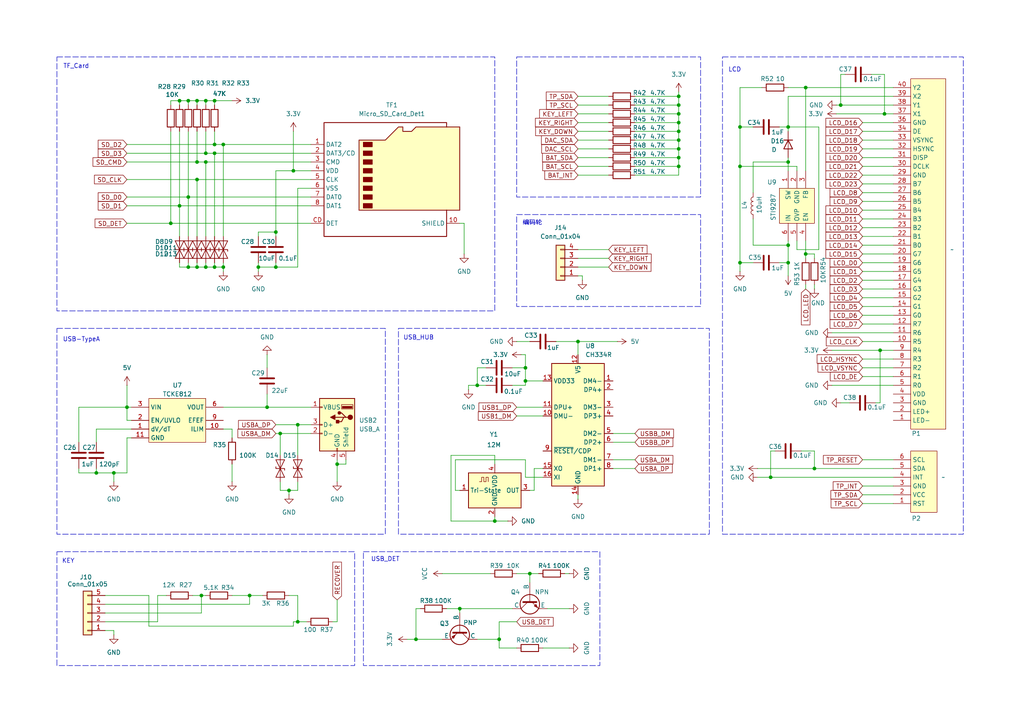
<source format=kicad_sch>
(kicad_sch (version 20250114) (generator "eeschema") (generator_version "9.0")
  (paper "A4")
  (rectangle (start 16.51 16.51) (end 143.51 90.17) (stroke (width 0) (type dash)))
  (rectangle (start 16.51 95.25) (end 111.76 154.94) (stroke (width 0) (type dash)))
  (rectangle (start 105.41 160.02) (end 173.99 193.04) (stroke (width 0) (type dash)))
  (rectangle (start 209.55 16.51) (end 279.4 154.94) (stroke (width 0) (type dash)))
  (rectangle (start 149.86 16.51) (end 203.2 57.15) (stroke (width 0) (type dash)))
  (rectangle (start 16.51 160.02) (end 102.87 193.04) (stroke (width 0) (type dash)))
  (rectangle (start 149.86 62.23) (end 203.2 88.9) (stroke (width 0) (type dash)))
  (rectangle (start 115.57 95.25) (end 205.74 154.94) (stroke (width 0) (type dash)))
  (text "KEY" (at 19.812 162.814 0) (effects (font (size 1.27 1.27))))
  (text "USB-TypeA" (at 23.622 98.552 0) (effects (font (size 1.27 1.27))))
  (text "编码轮" (at 154.432 64.77 0) (effects (font (size 1.27 1.27))))
  (text "USB_DET" (at 111.76 162.306 0) (effects (font (size 1.27 1.27))))
  (text "USB_HUB" (at 121.412 98.044 0) (effects (font (size 1.27 1.27))))
  (text "LCD" (at 213.106 20.32 0) (effects (font (size 1.27 1.27))))
  (text "TF_Card" (at 22.098 19.304 0) (effects (font (size 1.27 1.27))))
  (junction (at 233.68 25.4))
  (junction (at 54.61 77.47))
  (junction (at 153.67 166.37))
  (junction (at 62.23 29.21))
  (junction (at 196.85 43.18))
  (junction (at 81.28 125.73))
  (junction (at 86.36 123.19))
  (junction (at 36.83 118.11))
  (junction (at 49.53 64.77))
  (junction (at 59.69 29.21))
  (junction (at 54.61 57.15))
  (junction (at 196.85 33.02))
  (junction (at 243.84 30.48))
  (junction (at 72.39 172.72))
  (junction (at 62.23 77.47))
  (junction (at 120.65 185.42))
  (junction (at 80.01 67.31))
  (junction (at 85.09 49.53))
  (junction (at 62.23 41.91))
  (junction (at 57.15 46.99))
  (junction (at 214.63 48.26))
  (junction (at 196.85 35.56))
  (junction (at 64.77 77.47))
  (junction (at 83.82 142.24))
  (junction (at 196.85 40.64))
  (junction (at 33.02 137.16))
  (junction (at 62.23 44.45))
  (junction (at 57.15 52.07))
  (junction (at 59.69 77.47))
  (junction (at 86.36 180.34))
  (junction (at 196.85 27.94))
  (junction (at 58.42 172.72))
  (junction (at 196.85 30.48))
  (junction (at 52.07 59.69))
  (junction (at 138.43 111.76))
  (junction (at 223.52 138.43))
  (junction (at 59.69 46.99))
  (junction (at 214.63 76.2))
  (junction (at 233.68 73.66))
  (junction (at 236.22 135.89))
  (junction (at 143.51 151.13))
  (junction (at 196.85 38.1))
  (junction (at 54.61 29.21))
  (junction (at 59.69 44.45))
  (junction (at 27.94 137.16))
  (junction (at 196.85 45.72))
  (junction (at 152.4 110.49))
  (junction (at 152.4 106.68))
  (junction (at 97.79 134.62))
  (junction (at 228.6 36.83))
  (junction (at 80.01 77.47))
  (junction (at 133.35 176.53))
  (junction (at 196.85 48.26))
  (junction (at 255.27 101.6))
  (junction (at 74.93 77.47))
  (junction (at 214.63 36.83))
  (junction (at 167.64 99.06))
  (junction (at 57.15 77.47))
  (junction (at 64.77 41.91))
  (junction (at 228.6 46.99))
  (junction (at 228.6 71.12))
  (junction (at 57.15 29.21))
  (junction (at 256.54 33.02))
  (junction (at 228.6 76.2))
  (junction (at 144.78 185.42))
  (junction (at 52.07 29.21))
  (junction (at 77.47 118.11))
  (wire (pts (xy 22.86 137.16) (xy 27.94 137.16)))
  (wire (pts (xy 52.07 59.69) (xy 90.17 59.69)))
  (wire (pts (xy 153.67 166.37) (xy 156.21 166.37)))
  (wire (pts (xy 149.86 166.37) (xy 153.67 166.37)))
  (wire (pts (xy 36.83 64.77) (xy 49.53 64.77)))
  (wire (pts (xy 67.31 134.62) (xy 67.31 139.7)))
  (wire (pts (xy 85.09 181.61) (xy 85.09 180.34)))
  (wire (pts (xy 236.22 74.93) (xy 236.22 73.66)))
  (wire (pts (xy 54.61 57.15) (xy 90.17 57.15)))
  (wire (pts (xy 184.15 50.8) (xy 196.85 50.8)))
  (wire (pts (xy 233.68 82.55) (xy 233.68 83.82)))
  (wire (pts (xy 38.1 124.46) (xy 27.94 124.46)))
  (wire (pts (xy 62.23 29.21) (xy 67.31 29.21)))
  (wire (pts (xy 214.63 76.2) (xy 218.44 76.2)))
  (wire (pts (xy 259.08 27.94) (xy 228.6 27.94)))
  (wire (pts (xy 167.64 27.94) (xy 176.53 27.94)))
  (wire (pts (xy 154.94 142.24) (xy 154.94 135.89)))
  (wire (pts (xy 152.4 110.49) (xy 157.48 110.49)))
  (wire (pts (xy 140.97 106.68) (xy 138.43 106.68)))
  (wire (pts (xy 143.51 132.08) (xy 130.81 132.08)))
  (wire (pts (xy 167.64 40.64) (xy 176.53 40.64)))
  (wire (pts (xy 242.57 30.48) (xy 243.84 30.48)))
  (wire (pts (xy 243.84 116.84) (xy 246.38 116.84)))
  (wire (pts (xy 36.83 57.15) (xy 54.61 57.15)))
  (wire (pts (xy 144.78 187.96) (xy 144.78 185.42)))
  (wire (pts (xy 36.83 111.76) (xy 36.83 118.11)))
  (wire (pts (xy 177.8 128.27) (xy 184.15 128.27)))
  (wire (pts (xy 33.02 137.16) (xy 33.02 139.7)))
  (wire (pts (xy 149.86 120.65) (xy 157.48 120.65)))
  (wire (pts (xy 218.44 36.83) (xy 214.63 36.83)))
  (wire (pts (xy 255.27 116.84) (xy 254 116.84)))
  (wire (pts (xy 58.42 172.72) (xy 59.69 172.72)))
  (wire (pts (xy 250.19 55.88) (xy 259.08 55.88)))
  (wire (pts (xy 196.85 35.56) (xy 196.85 33.02)))
  (wire (pts (xy 176.53 77.47) (xy 167.64 77.47)))
  (wire (pts (xy 228.6 71.12) (xy 218.44 71.12)))
  (wire (pts (xy 250.19 43.18) (xy 259.08 43.18)))
  (wire (pts (xy 133.35 177.8) (xy 133.35 176.53)))
  (wire (pts (xy 64.77 41.91) (xy 90.17 41.91)))
  (wire (pts (xy 57.15 76.2) (xy 57.15 77.47)))
  (wire (pts (xy 241.3 111.76) (xy 259.08 111.76)))
  (wire (pts (xy 250.19 88.9) (xy 259.08 88.9)))
  (wire (pts (xy 57.15 38.1) (xy 57.15 46.99)))
  (wire (pts (xy 223.52 138.43) (xy 223.52 130.81)))
  (wire (pts (xy 67.31 172.72) (xy 72.39 172.72)))
  (wire (pts (xy 45.72 172.72) (xy 48.26 172.72)))
  (wire (pts (xy 152.4 138.43) (xy 152.4 133.35)))
  (wire (pts (xy 72.39 172.72) (xy 76.2 172.72)))
  (wire (pts (xy 80.01 123.19) (xy 86.36 123.19)))
  (wire (pts (xy 57.15 77.47) (xy 59.69 77.47)))
  (wire (pts (xy 33.02 182.88) (xy 33.02 184.15)))
  (wire (pts (xy 250.19 71.12) (xy 259.08 71.12)))
  (wire (pts (xy 30.48 172.72) (xy 43.18 172.72)))
  (wire (pts (xy 158.75 176.53) (xy 165.1 176.53)))
  (wire (pts (xy 232.41 130.81) (xy 236.22 130.81)))
  (wire (pts (xy 97.79 133.35) (xy 97.79 134.62)))
  (wire (pts (xy 228.6 76.2) (xy 228.6 80.01)))
  (wire (pts (xy 250.19 83.82) (xy 259.08 83.82)))
  (wire (pts (xy 237.49 36.83) (xy 228.6 36.83)))
  (wire (pts (xy 250.19 73.66) (xy 259.08 73.66)))
  (wire (pts (xy 250.19 66.04) (xy 259.08 66.04)))
  (wire (pts (xy 177.8 135.89) (xy 184.15 135.89)))
  (wire (pts (xy 36.83 44.45) (xy 59.69 44.45)))
  (wire (pts (xy 59.69 44.45) (xy 62.23 44.45)))
  (wire (pts (xy 77.47 118.11) (xy 90.17 118.11)))
  (wire (pts (xy 152.4 102.87) (xy 152.4 106.68)))
  (wire (pts (xy 30.48 177.8) (xy 58.42 177.8)))
  (wire (pts (xy 236.22 82.55) (xy 236.22 83.82)))
  (wire (pts (xy 148.59 106.68) (xy 152.4 106.68)))
  (wire (pts (xy 97.79 180.34) (xy 96.52 180.34)))
  (wire (pts (xy 36.83 41.91) (xy 62.23 41.91)))
  (wire (pts (xy 250.19 53.34) (xy 259.08 53.34)))
  (wire (pts (xy 250.19 63.5) (xy 259.08 63.5)))
  (wire (pts (xy 133.35 176.53) (xy 148.59 176.53)))
  (wire (pts (xy 83.82 172.72) (xy 86.36 172.72)))
  (wire (pts (xy 228.6 25.4) (xy 233.68 25.4)))
  (wire (pts (xy 49.53 29.21) (xy 52.07 29.21)))
  (wire (pts (xy 54.61 29.21) (xy 57.15 29.21)))
  (wire (pts (xy 196.85 38.1) (xy 196.85 35.56)))
  (wire (pts (xy 83.82 142.24) (xy 81.28 142.24)))
  (wire (pts (xy 62.23 77.47) (xy 64.77 77.47)))
  (wire (pts (xy 86.36 77.47) (xy 80.01 77.47)))
  (wire (pts (xy 57.15 52.07) (xy 90.17 52.07)))
  (wire (pts (xy 54.61 38.1) (xy 54.61 57.15)))
  (wire (pts (xy 57.15 29.21) (xy 57.15 30.48)))
  (wire (pts (xy 38.1 118.11) (xy 36.83 118.11)))
  (wire (pts (xy 243.84 30.48) (xy 259.08 30.48)))
  (wire (pts (xy 120.65 185.42) (xy 128.27 185.42)))
  (wire (pts (xy 133.35 64.77) (xy 134.62 64.77)))
  (wire (pts (xy 184.15 33.02) (xy 196.85 33.02)))
  (wire (pts (xy 100.33 134.62) (xy 97.79 134.62)))
  (wire (pts (xy 27.94 137.16) (xy 33.02 137.16)))
  (wire (pts (xy 54.61 29.21) (xy 54.61 30.48)))
  (wire (pts (xy 135.89 111.76) (xy 138.43 111.76)))
  (wire (pts (xy 214.63 36.83) (xy 214.63 48.26)))
  (wire (pts (xy 59.69 29.21) (xy 62.23 29.21)))
  (wire (pts (xy 64.77 77.47) (xy 64.77 78.74)))
  (wire (pts (xy 86.36 139.7) (xy 86.36 142.24)))
  (wire (pts (xy 149.86 180.34) (xy 144.78 180.34)))
  (wire (pts (xy 74.93 67.31) (xy 80.01 67.31)))
  (wire (pts (xy 153.67 142.24) (xy 154.94 142.24)))
  (wire (pts (xy 177.8 125.73) (xy 184.15 125.73)))
  (wire (pts (xy 22.86 128.27) (xy 22.86 118.11)))
  (wire (pts (xy 250.19 99.06) (xy 259.08 99.06)))
  (wire (pts (xy 196.85 30.48) (xy 196.85 27.94)))
  (wire (pts (xy 228.6 76.2) (xy 228.6 71.12)))
  (wire (pts (xy 250.19 40.64) (xy 259.08 40.64)))
  (wire (pts (xy 62.23 41.91) (xy 64.77 41.91)))
  (wire (pts (xy 250.19 45.72) (xy 259.08 45.72)))
  (wire (pts (xy 250.19 38.1) (xy 259.08 38.1)))
  (wire (pts (xy 52.07 76.2) (xy 52.07 77.47)))
  (wire (pts (xy 219.71 138.43) (xy 223.52 138.43)))
  (wire (pts (xy 250.19 133.35) (xy 259.08 133.35)))
  (wire (pts (xy 55.88 172.72) (xy 58.42 172.72)))
  (wire (pts (xy 196.85 43.18) (xy 196.85 45.72)))
  (wire (pts (xy 85.09 49.53) (xy 90.17 49.53)))
  (wire (pts (xy 255.27 101.6) (xy 259.08 101.6)))
  (wire (pts (xy 184.15 27.94) (xy 196.85 27.94)))
  (wire (pts (xy 143.51 151.13) (xy 147.32 151.13)))
  (wire (pts (xy 54.61 57.15) (xy 54.61 68.58)))
  (wire (pts (xy 30.48 182.88) (xy 33.02 182.88)))
  (wire (pts (xy 74.93 77.47) (xy 74.93 78.74)))
  (wire (pts (xy 49.53 38.1) (xy 49.53 64.77)))
  (wire (pts (xy 27.94 124.46) (xy 27.94 128.27)))
  (wire (pts (xy 167.64 48.26) (xy 176.53 48.26)))
  (wire (pts (xy 245.11 21.59) (xy 243.84 21.59)))
  (wire (pts (xy 218.44 71.12) (xy 218.44 63.5)))
  (wire (pts (xy 226.06 76.2) (xy 228.6 76.2)))
  (wire (pts (xy 250.19 86.36) (xy 259.08 86.36)))
  (wire (pts (xy 81.28 142.24) (xy 81.28 139.7)))
  (wire (pts (xy 167.64 143.51) (xy 167.64 144.78)))
  (wire (pts (xy 233.68 69.85) (xy 233.68 73.66)))
  (wire (pts (xy 144.78 180.34) (xy 144.78 185.42)))
  (wire (pts (xy 138.43 111.76) (xy 140.97 111.76)))
  (wire (pts (xy 196.85 40.64) (xy 196.85 38.1)))
  (wire (pts (xy 196.85 48.26) (xy 196.85 50.8)))
  (wire (pts (xy 43.18 181.61) (xy 85.09 181.61)))
  (wire (pts (xy 59.69 46.99) (xy 90.17 46.99)))
  (wire (pts (xy 36.83 127) (xy 36.83 137.16)))
  (wire (pts (xy 52.07 59.69) (xy 52.07 68.58)))
  (wire (pts (xy 52.07 38.1) (xy 52.07 59.69)))
  (wire (pts (xy 64.77 41.91) (xy 64.77 68.58)))
  (wire (pts (xy 250.19 91.44) (xy 259.08 91.44)))
  (wire (pts (xy 85.09 38.1) (xy 85.09 49.53)))
  (wire (pts (xy 233.68 25.4) (xy 233.68 49.53)))
  (wire (pts (xy 36.83 59.69) (xy 52.07 59.69)))
  (wire (pts (xy 250.19 35.56) (xy 259.08 35.56)))
  (wire (pts (xy 250.19 78.74) (xy 259.08 78.74)))
  (wire (pts (xy 43.18 172.72) (xy 43.18 181.61)))
  (wire (pts (xy 143.51 132.08) (xy 143.51 134.62)))
  (wire (pts (xy 231.14 69.85) (xy 231.14 72.39)))
  (wire (pts (xy 118.11 185.42) (xy 120.65 185.42)))
  (wire (pts (xy 157.48 187.96) (xy 165.1 187.96)))
  (wire (pts (xy 256.54 33.02) (xy 259.08 33.02)))
  (wire (pts (xy 59.69 38.1) (xy 59.69 44.45)))
  (wire (pts (xy 59.69 29.21) (xy 59.69 30.48)))
  (wire (pts (xy 250.19 93.98) (xy 259.08 93.98)))
  (wire (pts (xy 80.01 67.31) (xy 80.01 68.58)))
  (wire (pts (xy 144.78 187.96) (xy 149.86 187.96)))
  (wire (pts (xy 38.1 127) (xy 36.83 127)))
  (wire (pts (xy 52.07 29.21) (xy 54.61 29.21)))
  (wire (pts (xy 128.27 166.37) (xy 142.24 166.37)))
  (wire (pts (xy 86.36 54.61) (xy 90.17 54.61)))
  (wire (pts (xy 80.01 77.47) (xy 80.01 76.2)))
  (wire (pts (xy 134.62 64.77) (xy 134.62 73.66)))
  (wire (pts (xy 220.98 25.4) (xy 214.63 25.4)))
  (wire (pts (xy 57.15 46.99) (xy 59.69 46.99)))
  (wire (pts (xy 59.69 76.2) (xy 59.69 77.47)))
  (wire (pts (xy 228.6 69.85) (xy 228.6 71.12)))
  (wire (pts (xy 132.08 142.24) (xy 133.35 142.24)))
  (wire (pts (xy 149.86 118.11) (xy 157.48 118.11)))
  (wire (pts (xy 161.29 99.06) (xy 167.64 99.06)))
  (wire (pts (xy 214.63 76.2) (xy 214.63 78.74)))
  (wire (pts (xy 226.06 36.83) (xy 228.6 36.83)))
  (wire (pts (xy 219.71 135.89) (xy 236.22 135.89)))
  (wire (pts (xy 228.6 46.99) (xy 228.6 49.53)))
  (wire (pts (xy 67.31 124.46) (xy 67.31 127)))
  (wire (pts (xy 62.23 38.1) (xy 62.23 41.91)))
  (wire (pts (xy 86.36 180.34) (xy 88.9 180.34)))
  (wire (pts (xy 130.81 132.08) (xy 130.81 151.13)))
  (wire (pts (xy 196.85 45.72) (xy 196.85 48.26)))
  (wire (pts (xy 80.01 49.53) (xy 85.09 49.53)))
  (wire (pts (xy 30.48 175.26) (xy 72.39 175.26)))
  (wire (pts (xy 74.93 68.58) (xy 74.93 67.31)))
  (wire (pts (xy 231.14 49.53) (xy 231.14 48.26)))
  (wire (pts (xy 184.15 45.72) (xy 196.85 45.72)))
  (wire (pts (xy 250.19 143.51) (xy 259.08 143.51)))
  (wire (pts (xy 250.19 76.2) (xy 259.08 76.2)))
  (wire (pts (xy 57.15 29.21) (xy 59.69 29.21)))
  (wire (pts (xy 52.07 29.21) (xy 52.07 30.48)))
  (wire (pts (xy 64.77 118.11) (xy 77.47 118.11)))
  (wire (pts (xy 152.4 106.68) (xy 152.4 110.49)))
  (wire (pts (xy 149.86 99.06) (xy 153.67 99.06)))
  (wire (pts (xy 196.85 43.18) (xy 196.85 40.64)))
  (wire (pts (xy 36.83 121.92) (xy 36.83 118.11)))
  (wire (pts (xy 27.94 135.89) (xy 27.94 137.16)))
  (wire (pts (xy 62.23 44.45) (xy 62.23 68.58)))
  (wire (pts (xy 152.4 111.76) (xy 152.4 110.49)))
  (wire (pts (xy 243.84 21.59) (xy 243.84 30.48)))
  (wire (pts (xy 250.19 109.22) (xy 259.08 109.22)))
  (wire (pts (xy 132.08 133.35) (xy 132.08 142.24)))
  (wire (pts (xy 86.36 123.19) (xy 86.36 132.08)))
  (wire (pts (xy 184.15 30.48) (xy 196.85 30.48)))
  (wire (pts (xy 167.64 80.01) (xy 168.91 80.01)))
  (wire (pts (xy 52.07 77.47) (xy 54.61 77.47)))
  (wire (pts (xy 196.85 33.02) (xy 196.85 30.48)))
  (wire (pts (xy 22.86 118.11) (xy 36.83 118.11)))
  (wire (pts (xy 250.19 81.28) (xy 259.08 81.28)))
  (wire (pts (xy 250.19 48.26) (xy 259.08 48.26)))
  (wire (pts (xy 86.36 54.61) (xy 86.36 77.47)))
  (wire (pts (xy 85.09 180.34) (xy 86.36 180.34)))
  (wire (pts (xy 80.01 125.73) (xy 81.28 125.73)))
  (wire (pts (xy 97.79 173.99) (xy 97.79 180.34)))
  (wire (pts (xy 138.43 106.68) (xy 138.43 111.76)))
  (wire (pts (xy 163.83 166.37) (xy 165.1 166.37)))
  (wire (pts (xy 72.39 172.72) (xy 72.39 175.26)))
  (wire (pts (xy 218.44 46.99) (xy 228.6 46.99)))
  (wire (pts (xy 255.27 101.6) (xy 255.27 116.84)))
  (wire (pts (xy 135.89 113.03) (xy 135.89 111.76)))
  (wire (pts (xy 121.92 176.53) (xy 120.65 176.53)))
  (wire (pts (xy 49.53 30.48) (xy 49.53 29.21)))
  (wire (pts (xy 233.68 25.4) (xy 259.08 25.4)))
  (wire (pts (xy 86.36 172.72) (xy 86.36 180.34)))
  (wire (pts (xy 167.64 99.06) (xy 167.64 102.87)))
  (wire (pts (xy 58.42 177.8) (xy 58.42 172.72)))
  (wire (pts (xy 80.01 67.31) (xy 80.01 49.53)))
  (wire (pts (xy 36.83 52.07) (xy 57.15 52.07)))
  (wire (pts (xy 228.6 45.72) (xy 228.6 46.99)))
  (wire (pts (xy 144.78 185.42) (xy 138.43 185.42)))
  (wire (pts (xy 54.61 76.2) (xy 54.61 77.47)))
  (wire (pts (xy 74.93 76.2) (xy 74.93 77.47)))
  (wire (pts (xy 62.23 76.2) (xy 62.23 77.47)))
  (wire (pts (xy 228.6 36.83) (xy 228.6 38.1)))
  (wire (pts (xy 167.64 33.02) (xy 176.53 33.02)))
  (wire (pts (xy 236.22 135.89) (xy 259.08 135.89)))
  (wire (pts (xy 59.69 46.99) (xy 59.69 68.58)))
  (wire (pts (xy 184.15 35.56) (xy 196.85 35.56)))
  (wire (pts (xy 38.1 121.92) (xy 36.83 121.92)))
  (wire (pts (xy 157.48 138.43) (xy 152.4 138.43)))
  (wire (pts (xy 196.85 27.94) (xy 196.85 26.67)))
  (wire (pts (xy 148.59 111.76) (xy 152.4 111.76)))
  (wire (pts (xy 167.64 35.56) (xy 176.53 35.56)))
  (wire (pts (xy 167.64 50.8) (xy 176.53 50.8)))
  (wire (pts (xy 151.13 102.87) (xy 152.4 102.87)))
  (wire (pts (xy 129.54 176.53) (xy 133.35 176.53)))
  (wire (pts (xy 236.22 130.81) (xy 236.22 135.89)))
  (wire (pts (xy 81.28 125.73) (xy 81.28 132.08)))
  (wire (pts (xy 233.68 73.66) (xy 236.22 73.66)))
  (wire (pts (xy 49.53 64.77) (xy 90.17 64.77)))
  (wire (pts (xy 214.63 48.26) (xy 214.63 76.2)))
  (wire (pts (xy 231.14 72.39) (xy 237.49 72.39)))
  (wire (pts (xy 62.23 29.21) (xy 62.23 30.48)))
  (wire (pts (xy 54.61 77.47) (xy 57.15 77.47)))
  (wire (pts (xy 59.69 77.47) (xy 62.23 77.47)))
  (wire (pts (xy 77.47 102.87) (xy 77.47 106.68)))
  (wire (pts (xy 218.44 55.88) (xy 218.44 46.99)))
  (wire (pts (xy 184.15 40.64) (xy 196.85 40.64)))
  (wire (pts (xy 62.23 44.45) (xy 90.17 44.45)))
  (wire (pts (xy 167.64 30.48) (xy 176.53 30.48)))
  (wire (pts (xy 77.47 114.3) (xy 77.47 118.11)))
  (wire (pts (xy 64.77 124.46) (xy 67.31 124.46)))
  (wire (pts (xy 57.15 52.07) (xy 57.15 68.58)))
  (wire (pts (xy 241.3 101.6) (xy 255.27 101.6)))
  (wire (pts (xy 130.81 151.13) (xy 143.51 151.13)))
  (wire (pts (xy 86.36 123.19) (xy 90.17 123.19)))
  (wire (pts (xy 33.02 137.16) (xy 36.83 137.16)))
  (wire (pts (xy 252.73 21.59) (xy 256.54 21.59)))
  (wire (pts (xy 120.65 185.42) (xy 120.65 176.53)))
  (wire (pts (xy 241.3 96.52) (xy 259.08 96.52)))
  (wire (pts (xy 233.68 73.66) (xy 233.68 74.93)))
  (wire (pts (xy 250.19 140.97) (xy 259.08 140.97)))
  (wire (pts (xy 242.57 33.02) (xy 256.54 33.02)))
  (wire (pts (xy 250.19 68.58) (xy 259.08 68.58)))
  (wire (pts (xy 30.48 180.34) (xy 45.72 180.34)))
  (wire (pts (xy 167.64 99.06) (xy 179.07 99.06)))
  (wire (pts (xy 250.19 60.96) (xy 259.08 60.96)))
  (wire (pts (xy 36.83 46.99) (xy 57.15 46.99)))
  (wire (pts (xy 154.94 135.89) (xy 157.48 135.89)))
  (wire (pts (xy 81.28 125.73) (xy 90.17 125.73)))
  (wire (pts (xy 250.19 104.14) (xy 259.08 104.14)))
  (wire (pts (xy 86.36 142.24) (xy 83.82 142.24)))
  (wire (pts (xy 100.33 133.35) (xy 100.33 134.62)))
  (wire (pts (xy 97.79 134.62) (xy 97.79 139.7)))
  (wire (pts (xy 231.14 48.26) (xy 214.63 48.26)))
  (wire (pts (xy 250.19 146.05) (xy 259.08 146.05)))
  (wire (pts (xy 184.15 48.26) (xy 196.85 48.26)))
  (wire (pts (xy 256.54 21.59) (xy 256.54 33.02)))
  (wire (pts (xy 223.52 138.43) (xy 259.08 138.43)))
  (wire (pts (xy 177.8 133.35) (xy 184.15 133.35)))
  (wire (pts (xy 237.49 72.39) (xy 237.49 36.83)))
  (wire (pts (xy 45.72 180.34) (xy 45.72 172.72)))
  (wire (pts (xy 184.15 38.1) (xy 196.85 38.1)))
  (wire (pts (xy 184.15 43.18) (xy 196.85 43.18)))
  (wire (pts (xy 167.64 45.72) (xy 176.53 45.72)))
  (wire (pts (xy 64.77 76.2) (xy 64.77 77.47)))
  (wire (pts (xy 153.67 168.91) (xy 153.67 166.37)))
  (wire (pts (xy 22.86 135.89) (xy 22.86 137.16)))
  (wire (pts (xy 176.53 72.39) (xy 167.64 72.39)))
  (wire (pts (xy 143.51 151.13) (xy 143.51 149.86)))
  (wire (pts (xy 80.01 77.47) (xy 74.93 77.47)))
  (wire (pts (xy 83.82 142.24) (xy 83.82 143.51)))
  (wire (pts (xy 228.6 27.94) (xy 228.6 36.83)))
  (wire (pts (xy 168.91 80.01) (xy 168.91 81.28)))
  (wire (pts (xy 167.64 38.1) (xy 176.53 38.1)))
  (wire (pts (xy 214.63 25.4) (xy 214.63 36.83)))
  (wire (pts (xy 176.53 74.93) (xy 167.64 74.93)))
  (wire (pts (xy 250.19 50.8) (xy 259.08 50.8)))
  (wire (pts (xy 167.64 43.18) (xy 176.53 43.18)))
  (wire (pts (xy 223.52 130.81) (xy 224.79 130.81)))
  (wire (pts (xy 152.4 133.35) (xy 132.08 133.35)))
  (wire (pts (xy 250.19 106.68) (xy 259.08 106.68)))
  (wire (pts (xy 250.19 58.42) (xy 259.08 58.42)))
  (global_label "USBA_DM" (shape input) (at 184.15 133.35 0) (property "Intersheetrefs" "${INTERSHEET_REFS}" (effects (hide yes))))
  (global_label "SD_D1" (shape input) (at 36.83 59.69 180) (property "Intersheetrefs" "${INTERSHEET_REFS}" (effects (hide yes))))
  (global_label "LCD_D13" (shape input) (at 250.19 68.58 180) (property "Intersheetrefs" "${INTERSHEET_REFS}" (effects (hide yes))))
  (global_label "LCD_D23" (shape input) (at 250.19 53.34 180) (property "Intersheetrefs" "${INTERSHEET_REFS}" (effects (hide yes))))
  (global_label "LCD_D21" (shape input) (at 250.19 48.26 180) (property "Intersheetrefs" "${INTERSHEET_REFS}" (effects (hide yes))))
  (global_label "USBB_DM" (shape input) (at 184.15 125.73 0) (property "Intersheetrefs" "${INTERSHEET_REFS}" (effects (hide yes))))
  (global_label "LCD_D6" (shape input) (at 250.19 91.44 180) (property "Intersheetrefs" "${INTERSHEET_REFS}" (effects (hide yes))))
  (global_label "USBA_DP" (shape input) (at 184.15 135.89 0) (property "Intersheetrefs" "${INTERSHEET_REFS}" (effects (hide yes))))
  (global_label "LCD_D9" (shape input) (at 250.19 58.42 180) (property "Intersheetrefs" "${INTERSHEET_REFS}" (effects (hide yes))))
  (global_label "LCD_D11" (shape input) (at 250.19 63.5 180) (property "Intersheetrefs" "${INTERSHEET_REFS}" (effects (hide yes))))
  (global_label "TP_SDA" (shape input) (at 167.64 27.94 180) (property "Intersheetrefs" "${INTERSHEET_REFS}" (effects (hide yes))))
  (global_label "LCD_D19" (shape input) (at 250.19 43.18 180) (property "Intersheetrefs" "${INTERSHEET_REFS}" (effects (hide yes))))
  (global_label "LCD_D4" (shape input) (at 250.19 86.36 180) (property "Intersheetrefs" "${INTERSHEET_REFS}" (effects (hide yes))))
  (global_label "RECOVER" (shape input) (at 97.79 173.99 90) (property "Intersheetrefs" "${INTERSHEET_REFS}" (effects (hide yes))))
  (global_label "LCD_D3" (shape input) (at 250.19 83.82 180) (property "Intersheetrefs" "${INTERSHEET_REFS}" (effects (hide yes))))
  (global_label "SD_D3" (shape input) (at 36.83 44.45 180) (property "Intersheetrefs" "${INTERSHEET_REFS}" (effects (hide yes))))
  (global_label "TP_SDA" (shape input) (at 250.19 143.51 180) (property "Intersheetrefs" "${INTERSHEET_REFS}" (effects (hide yes))))
  (global_label "LCD_D16" (shape input) (at 250.19 35.56 180) (property "Intersheetrefs" "${INTERSHEET_REFS}" (effects (hide yes))))
  (global_label "BAT_INT" (shape input) (at 167.64 50.8 180) (property "Intersheetrefs" "${INTERSHEET_REFS}" (effects (hide yes))))
  (global_label "KEY_RIGHT" (shape input) (at 167.64 35.56 180) (property "Intersheetrefs" "${INTERSHEET_REFS}" (effects (hide yes))))
  (global_label "TP_SCL" (shape input) (at 167.64 30.48 180) (property "Intersheetrefs" "${INTERSHEET_REFS}" (effects (hide yes))))
  (global_label "SD_CLK" (shape input) (at 36.83 52.07 180) (property "Intersheetrefs" "${INTERSHEET_REFS}" (effects (hide yes))))
  (global_label "SD_CMD" (shape input) (at 36.83 46.99 180) (property "Intersheetrefs" "${INTERSHEET_REFS}" (effects (hide yes))))
  (global_label "LCD_D7" (shape input) (at 250.19 93.98 180) (property "Intersheetrefs" "${INTERSHEET_REFS}" (effects (hide yes))))
  (global_label "KEY_RIGHT" (shape input) (at 176.53 74.93 0) (property "Intersheetrefs" "${INTERSHEET_REFS}" (effects (hide yes))))
  (global_label "LCD_D20" (shape input) (at 250.19 45.72 180) (property "Intersheetrefs" "${INTERSHEET_REFS}" (effects (hide yes))))
  (global_label "LCD_D15" (shape input) (at 250.19 73.66 180) (property "Intersheetrefs" "${INTERSHEET_REFS}" (effects (hide yes))))
  (global_label "BAT_SCL" (shape input) (at 167.64 48.26 180) (property "Intersheetrefs" "${INTERSHEET_REFS}" (effects (hide yes))))
  (global_label "LCD_D22" (shape input) (at 250.19 50.8 180) (property "Intersheetrefs" "${INTERSHEET_REFS}" (effects (hide yes))))
  (global_label "DAC_SCL" (shape input) (at 167.64 43.18 180) (property "Intersheetrefs" "${INTERSHEET_REFS}" (effects (hide yes))))
  (global_label "LCD_CLK" (shape input) (at 250.19 99.06 180) (property "Intersheetrefs" "${INTERSHEET_REFS}" (effects (hide yes))))
  (global_label "BAT_SDA" (shape input) (at 167.64 45.72 180) (property "Intersheetrefs" "${INTERSHEET_REFS}" (effects (hide yes))))
  (global_label "LCD_D2" (shape input) (at 250.19 81.28 180) (property "Intersheetrefs" "${INTERSHEET_REFS}" (effects (hide yes))))
  (global_label "KEY_LEFT" (shape input) (at 167.64 33.02 180) (property "Intersheetrefs" "${INTERSHEET_REFS}" (effects (hide yes))))
  (global_label "TP_INT" (shape input) (at 250.19 140.97 180) (property "Intersheetrefs" "${INTERSHEET_REFS}" (effects (hide yes))))
  (global_label "LCD_D0" (shape input) (at 250.19 76.2 180) (property "Intersheetrefs" "${INTERSHEET_REFS}" (effects (hide yes))))
  (global_label "USBB_DP" (shape input) (at 184.15 128.27 0) (property "Intersheetrefs" "${INTERSHEET_REFS}" (effects (hide yes))))
  (global_label "KEY_LEFT" (shape input) (at 176.53 72.39 0) (property "Intersheetrefs" "${INTERSHEET_REFS}" (effects (hide yes))))
  (global_label "LCD_D8" (shape input) (at 250.19 55.88 180) (property "Intersheetrefs" "${INTERSHEET_REFS}" (effects (hide yes))))
  (global_label "LCD_D5" (shape input) (at 250.19 88.9 180) (property "Intersheetrefs" "${INTERSHEET_REFS}" (effects (hide yes))))
  (global_label "KEY_DOWN" (shape input) (at 167.64 38.1 180) (property "Intersheetrefs" "${INTERSHEET_REFS}" (effects (hide yes))))
  (global_label "USB1_DP" (shape input) (at 149.86 118.11 180) (property "Intersheetrefs" "${INTERSHEET_REFS}" (effects (hide yes))))
  (global_label "LCD_DE" (shape input) (at 250.19 109.22 180) (property "Intersheetrefs" "${INTERSHEET_REFS}" (effects (hide yes))))
  (global_label "SD_D2" (shape input) (at 36.83 41.91 180) (property "Intersheetrefs" "${INTERSHEET_REFS}" (effects (hide yes))))
  (global_label "SD_DET" (shape input) (at 36.83 64.77 180) (property "Intersheetrefs" "${INTERSHEET_REFS}" (effects (hide yes))))
  (global_label "USB_DET" (shape input) (at 149.86 180.34 0) (property "Intersheetrefs" "${INTERSHEET_REFS}" (effects (hide yes))))
  (global_label "LCD_HSYNC" (shape input) (at 250.19 104.14 180) (property "Intersheetrefs" "${INTERSHEET_REFS}" (effects (hide yes))))
  (global_label "LCD_D17" (shape input) (at 250.19 38.1 180) (property "Intersheetrefs" "${INTERSHEET_REFS}" (effects (hide yes))))
  (global_label "USBA_DM" (shape input) (at 80.01 125.73 180) (property "Intersheetrefs" "${INTERSHEET_REFS}" (effects (hide yes))))
  (global_label "USBA_DP" (shape input) (at 80.01 123.19 180) (property "Intersheetrefs" "${INTERSHEET_REFS}" (effects (hide yes))))
  (global_label "DAC_SDA" (shape input) (at 167.64 40.64 180) (property "Intersheetrefs" "${INTERSHEET_REFS}" (effects (hide yes))))
  (global_label "SD_D0" (shape input) (at 36.83 57.15 180) (property "Intersheetrefs" "${INTERSHEET_REFS}" (effects (hide yes))))
  (global_label "TP_RESET" (shape input) (at 250.19 133.35 180) (property "Intersheetrefs" "${INTERSHEET_REFS}" (effects (hide yes))))
  (global_label "LCD_D1" (shape input) (at 250.19 78.74 180) (property "Intersheetrefs" "${INTERSHEET_REFS}" (effects (hide yes))))
  (global_label "LCD_LED" (shape input) (at 233.68 83.82 270) (property "Intersheetrefs" "${INTERSHEET_REFS}" (effects (hide yes))))
  (global_label "LCD_VSYNC" (shape input) (at 250.19 106.68 180) (property "Intersheetrefs" "${INTERSHEET_REFS}" (effects (hide yes))))
  (global_label "LCD_D12" (shape input) (at 250.19 66.04 180) (property "Intersheetrefs" "${INTERSHEET_REFS}" (effects (hide yes))))
  (global_label "KEY_DOWN" (shape input) (at 176.53 77.47 0) (property "Intersheetrefs" "${INTERSHEET_REFS}" (effects (hide yes))))
  (global_label "TP_SCL" (shape input) (at 250.19 146.05 180) (property "Intersheetrefs" "${INTERSHEET_REFS}" (effects (hide yes))))
  (global_label "LCD_D18" (shape input) (at 250.19 40.64 180) (property "Intersheetrefs" "${INTERSHEET_REFS}" (effects (hide yes))))
  (global_label "LCD_D10" (shape input) (at 250.19 60.96 180) (property "Intersheetrefs" "${INTERSHEET_REFS}" (effects (hide yes))))
  (global_label "USB1_DM" (shape input) (at 149.86 120.65 180) (property "Intersheetrefs" "${INTERSHEET_REFS}" (effects (hide yes))))
  (global_label "LCD_D14" (shape input) (at 250.19 71.12 180) (property "Intersheetrefs" "${INTERSHEET_REFS}" (effects (hide yes))))
  (symbol (lib_id "power:GND") (at 83.82 143.51 0) (unit 1)
    (property "Reference" "#PWR058" (effects (hide yes)))
    (property "Value" "GND" (at 83.82 148.59 0))
    (property "Description" "Power symbol creates a global label with name \"GND\" , ground" (effects (hide yes)))
  )
  (symbol (lib_id "Device:C") (at 144.78 111.76 90) (unit 1)
    (property "Reference" "C32" (at 143.256 109.982 90) (effects (justify left)))
    (property "Value" "0.1uF" (at 151.638 113.538 90) (effects (justify left)))
    (property "Footprint" "Capacitor_SMD:C_0402_1005Metric_Pad0.74x0.62mm_HandSolder" (effects (hide yes)))
    (property "Description" "Unpolarized capacitor" (effects (hide yes)))
  )
  (symbol (lib_id "power:GND") (at 243.84 116.84 270) (unit 1)
    (property "Reference" "#PWR085" (effects (hide yes)))
    (property "Value" "GND" (at 240.03 116.8399 90) (effects (justify right)))
    (property "Description" "Power symbol creates a global label with name \"GND\" , ground" (effects (hide yes)))
  )
  (symbol (lib_id "power:GND") (at 165.1 176.53 90) (unit 1)
    (property "Reference" "#PWR070" (effects (hide yes)))
    (property "Value" "GND" (at 170.18 176.53 0))
    (property "Description" "Power symbol creates a global label with name \"GND\" , ground" (effects (hide yes)))
  )
  (symbol (lib_id "Diode:ESD9B5.0ST5G") (at 62.23 72.39 90) (unit 1)
    (property "Reference" "D12" (at 44.958 73.66 90) (effects (justify right)))
    (property "Value" "ESD9B5.0ST5G" (effects (hide yes)))
    (property "Footprint" "Diode_SMD:D_SOD-523" (effects (hide yes)))
    (property "Datasheet" "https://www.onsemi.com/pub/Collateral/ESD9B-D.PDF" (effects (hide yes)))
    (property "Description" "ESD protection diode, 5.0Vrwm, SOD-923" (effects (hide yes)))
  )
  (symbol (lib_id "Device:R") (at 63.5 172.72 270) (unit 1)
    (property "Reference" "R34" (at 66.04 170.434 90))
    (property "Value" "5.1K" (at 61.214 170.434 90))
    (property "Footprint" "Resistor_SMD:R_0402_1005Metric_Pad0.72x0.64mm_HandSolder" (effects (hide yes)))
    (property "Description" "Resistor" (effects (hide yes)))
  )
  (symbol (lib_id "Device:R") (at 180.34 40.64 270) (unit 1)
    (property "Reference" "R47" (at 187.452 39.624 90) (effects (justify right)))
    (property "Value" "4.7K" (at 193.04 39.624 90) (effects (justify right)))
    (property "Footprint" "Capacitor_SMD:C_0402_1005Metric_Pad0.74x0.62mm_HandSolder" (effects (hide yes)))
    (property "Description" "Resistor" (effects (hide yes)))
  )
  (symbol (lib_id "power:VCC") (at 118.11 185.42 90) (unit 1)
    (property "Reference" "#PWR062" (effects (hide yes)))
    (property "Value" "3.3V" (at 113.03 185.42 0))
    (property "Description" "Power symbol creates a global label with name \"VCC\"" (effects (hide yes)))
  )
  (symbol (lib_id "Connector:USB_A") (at 97.79 123.19 0) (mirror y) (unit 1)
    (property "Reference" "USB2" (at 104.14 121.9199 0) (effects (justify right)))
    (property "Value" "USB_A" (at 104.14 124.4599 0) (effects (justify right)))
    (property "Footprint" "coloryr:USB-A-TH_AF-ZJWG" (effects (hide yes)))
    (property "Description" "USB Type A connector" (effects (hide yes)))
  )
  (symbol (lib_id "Device:R") (at 146.05 166.37 90) (unit 1)
    (property "Reference" "R39" (at 144.018 164.084 90))
    (property "Value" "10K" (at 148.844 164.084 90))
    (property "Footprint" "Resistor_SMD:R_0402_1005Metric_Pad0.72x0.64mm_HandSolder" (effects (hide yes)))
    (property "Description" "Resistor" (effects (hide yes)))
  )
  (symbol (lib_id "Device:C") (at 74.93 72.39 0) (unit 1)
    (property "Reference" "C28" (at 69.85 70.104 0) (effects (justify left)))
    (property "Value" "10uF" (at 74.93 74.93 0) (effects (justify left)))
    (property "Footprint" "Capacitor_SMD:C_0402_1005Metric_Pad0.74x0.62mm_HandSolder" (effects (hide yes)))
    (property "Description" "Unpolarized capacitor" (effects (hide yes)))
  )
  (symbol (lib_id "power:GND") (at 134.62 73.66 0) (unit 1)
    (property "Reference" "#PWR063" (effects (hide yes)))
    (property "Value" "GND" (at 134.62 78.74 0))
    (property "Description" "Power symbol creates a global label with name \"GND\" , ground" (effects (hide yes)))
  )
  (symbol (lib_id "Device:R") (at 52.07 34.29 0) (unit 1)
    (property "Reference" "R29" (at 50.038 25.146 0) (effects (justify left)))
    (property "Value" "10K" (at 48.006 27.432 0) (effects (justify left)))
    (property "Footprint" "Resistor_SMD:R_0402_1005Metric_Pad0.72x0.64mm_HandSolder" (effects (hide yes)))
    (property "Description" "Resistor" (effects (hide yes)))
  )
  (symbol (lib_id "Device:R") (at 180.34 50.8 270) (unit 1)
    (property "Reference" "R51" (at 187.452 49.784 90) (effects (justify right)))
    (property "Value" "4.7K" (at 193.04 49.784 90) (effects (justify right)))
    (property "Footprint" "Capacitor_SMD:C_0402_1005Metric_Pad0.74x0.62mm_HandSolder" (effects (hide yes)))
    (property "Description" "Resistor" (effects (hide yes)))
  )
  (symbol (lib_id "Device:C") (at 250.19 116.84 90) (unit 1)
    (property "Reference" "C38" (at 248.412 115.316 90) (effects (justify left)))
    (property "Value" "0.1uF" (at 257.048 118.11 90) (effects (justify left)))
    (property "Footprint" "Capacitor_SMD:C_0402_1005Metric_Pad0.74x0.62mm_HandSolder" (effects (hide yes)))
    (property "Description" "Unpolarized capacitor" (effects (hide yes)))
  )
  (symbol (lib_id "Device:C") (at 248.92 21.59 90) (unit 1)
    (property "Reference" "C37" (at 247.142 20.066 90) (effects (justify left)))
    (property "Value" "0.1uF" (at 255.778 22.86 90) (effects (justify left)))
    (property "Footprint" "Capacitor_SMD:C_0402_1005Metric_Pad0.74x0.62mm_HandSolder" (effects (hide yes)))
    (property "Description" "Unpolarized capacitor" (effects (hide yes)))
  )
  (symbol (lib_id "Diode:ESD9B5.0ST5G") (at 81.28 135.89 90) (unit 1)
    (property "Reference" "D14" (at 76.962 132.08 90) (effects (justify right)))
    (property "Value" "ESD9B5.0ST5G" (effects (hide yes)))
    (property "Footprint" "Diode_SMD:D_SOD-523" (effects (hide yes)))
    (property "Datasheet" "https://www.onsemi.com/pub/Collateral/ESD9B-D.PDF" (effects (hide yes)))
    (property "Description" "ESD protection diode, 5.0Vrwm, SOD-923" (effects (hide yes)))
  )
  (symbol (lib_id "Device:R") (at 62.23 34.29 0) (unit 1)
    (property "Reference" "R33" (at 68.58 24.13 0) (effects (justify left)))
    (property "Value" "47K" (at 61.722 27.178 0) (effects (justify left)))
    (property "Footprint" "Resistor_SMD:R_0402_1005Metric_Pad0.72x0.64mm_HandSolder" (effects (hide yes)))
    (property "Description" "Resistor" (effects (hide yes)))
  )
  (symbol (lib_id "power:VCC") (at 196.85 26.67 0) (unit 1)
    (property "Reference" "#PWR074" (effects (hide yes)))
    (property "Value" "3.3V" (at 196.85 21.59 0))
    (property "Description" "Power symbol creates a global label with name \"VCC\"" (effects (hide yes)))
  )
  (symbol (lib_id "power:VCC") (at 228.6 80.01 180) (unit 1)
    (property "Reference" "#PWR078" (effects (hide yes)))
    (property "Value" "5V" (at 228.6 85.09 0))
    (property "Description" "Power symbol creates a global label with name \"VCC\"" (effects (hide yes)))
  )
  (symbol (lib_id "Simulation_SPICE:PNP") (at 133.35 182.88 270) (unit 1)
    (property "Reference" "Q3" (at 127.508 180.848 90) (effects (justify left)))
    (property "Value" "PNP" (at 134.366 180.594 90) (effects (justify left)))
    (property "Footprint" "coloryr:SOT-23" (effects (hide yes)))
    (property "Datasheet" "https://ngspice.sourceforge.io/docs/ngspice-html-manual/manual.xhtml#cha_BJTs" (effects (hide yes)))
    (property "Description" "Bipolar transistor symbol for simulation only, substrate tied to the emitter" (effects (hide yes)))
    (property "Sim.Device" "PNP" (effects (hide yes)))
    (property "Sim.Type" "GUMMELPOON" (effects (hide yes)))
    (property "Sim.Pins" "1=C 2=B 3=E" (effects (hide yes)))
  )
  (symbol (lib_id "Device:R") (at 236.22 78.74 0) (unit 1)
    (property "Reference" "R54" (at 238.76 76.454 90))
    (property "Value" "10K" (at 238.76 80.264 90))
    (property "Footprint" "Resistor_SMD:R_0402_1005Metric_Pad0.72x0.64mm_HandSolder" (effects (hide yes)))
    (property "Description" "Resistor" (effects (hide yes)))
  )
  (symbol (lib_id "Connector:Micro_SD_Card_Det1") (at 113.03 52.07 0) (unit 1)
    (property "Reference" "TF1" (at 113.665 30.48 0))
    (property "Value" "Micro_SD_Card_Det1" (at 113.665 33.02 0))
    (property "Footprint" "coloryr:TF-SMD_TF-PUSH" (effects (hide yes)))
    (property "Datasheet" "https://datasheet.lcsc.com/lcsc/2110151630_XKB-Connectivity-XKTF-015-N_C381082.pdf" (effects (hide yes)))
    (property "Description" "Micro SD Card Socket with one card detection pin" (effects (hide yes)))
  )
  (symbol (lib_id "power:VCC") (at 151.13 102.87 90) (unit 1)
    (property "Reference" "#PWR068" (effects (hide yes)))
    (property "Value" "3.3V" (at 147.32 102.8699 90) (effects (justify left)))
    (property "Description" "Power symbol creates a global label with name \"VCC\"" (effects (hide yes)))
  )
  (symbol (lib_id "power:GND") (at 33.02 139.7 0) (mirror y) (unit 1)
    (property "Reference" "#PWR048" (effects (hide yes)))
    (property "Value" "GND" (at 33.02 144.78 0))
    (property "Description" "Power symbol creates a global label with name \"GND\" , ground" (effects (hide yes)))
  )
  (symbol (lib_id "power:GND") (at 241.3 96.52 270) (unit 1)
    (property "Reference" "#PWR080" (effects (hide yes)))
    (property "Value" "GND" (at 237.49 96.5199 90) (effects (justify right)))
    (property "Description" "Power symbol creates a global label with name \"GND\" , ground" (effects (hide yes)))
  )
  (symbol (lib_id "Device:R") (at 80.01 172.72 270) (unit 1)
    (property "Reference" "R36" (at 82.042 175.006 90))
    (property "Value" "3K" (at 77.216 175.006 90))
    (property "Footprint" "Resistor_SMD:R_0402_1005Metric_Pad0.72x0.64mm_HandSolder" (effects (hide yes)))
    (property "Description" "Resistor" (effects (hide yes)))
  )
  (symbol (lib_id "power:VCC") (at 242.57 33.02 90) (unit 1)
    (property "Reference" "#PWR084" (effects (hide yes)))
    (property "Value" "3.3V" (at 238.76 33.0199 90) (effects (justify left)))
    (property "Description" "Power symbol creates a global label with name \"VCC\"" (effects (hide yes)))
  )
  (symbol (lib_id "Device:C") (at 222.25 76.2 90) (unit 1)
    (property "Reference" "C35" (at 218.948 74.676 90))
    (property "Value" "1uF" (at 225.552 77.724 90))
    (property "Footprint" "Capacitor_SMD:C_0402_1005Metric_Pad0.74x0.62mm_HandSolder" (effects (hide yes)))
    (property "Description" "Unpolarized capacitor" (effects (hide yes)))
  )
  (symbol (lib_id "power:GND") (at 242.57 30.48 270) (unit 1)
    (property "Reference" "#PWR083" (effects (hide yes)))
    (property "Value" "GND" (at 238.76 30.4799 90) (effects (justify right)))
    (property "Description" "Power symbol creates a global label with name \"GND\" , ground" (effects (hide yes)))
  )
  (symbol (lib_id "power:VCC") (at 241.3 101.6 90) (unit 1)
    (property "Reference" "#PWR081" (effects (hide yes)))
    (property "Value" "3.3V" (at 237.49 101.5999 90) (effects (justify left)))
    (property "Description" "Power symbol creates a global label with name \"VCC\"" (effects (hide yes)))
  )
  (symbol (lib_id "Device:R") (at 160.02 166.37 90) (unit 1)
    (property "Reference" "R41" (at 157.988 164.084 90))
    (property "Value" "100K" (at 162.814 164.084 90))
    (property "Footprint" "Resistor_SMD:R_0402_1005Metric_Pad0.72x0.64mm_HandSolder" (effects (hide yes)))
    (property "Description" "Resistor" (effects (hide yes)))
  )
  (symbol (lib_id "Diode:ESD9B5.0ST5G") (at 52.07 72.39 90) (unit 1)
    (property "Reference" "D8" (at 44.958 70.104 90) (effects (justify right)))
    (property "Value" "ESD9B5.0ST5G" (effects (hide yes)))
    (property "Footprint" "Diode_SMD:D_SOD-523" (effects (hide yes)))
    (property "Datasheet" "https://www.onsemi.com/pub/Collateral/ESD9B-D.PDF" (effects (hide yes)))
    (property "Description" "ESD protection diode, 5.0Vrwm, SOD-923" (effects (hide yes)))
  )
  (symbol (lib_id "Diode:ESD9B5.0ST5G") (at 54.61 72.39 90) (unit 1)
    (property "Reference" "D9" (at 47.498 70.104 90) (effects (justify right)))
    (property "Value" "ESD9B5.0ST5G" (effects (hide yes)))
    (property "Footprint" "Diode_SMD:D_SOD-523" (effects (hide yes)))
    (property "Datasheet" "https://www.onsemi.com/pub/Collateral/ESD9B-D.PDF" (effects (hide yes)))
    (property "Description" "ESD protection diode, 5.0Vrwm, SOD-923" (effects (hide yes)))
  )
  (symbol (lib_id "Diode:ESD9B5.0ST5G") (at 57.15 72.39 90) (unit 1)
    (property "Reference" "D10" (at 44.958 71.882 90) (effects (justify right)))
    (property "Value" "ESD9B5.0ST5G" (effects (hide yes)))
    (property "Footprint" "Diode_SMD:D_SOD-523" (effects (hide yes)))
    (property "Datasheet" "https://www.onsemi.com/pub/Collateral/ESD9B-D.PDF" (effects (hide yes)))
    (property "Description" "ESD protection diode, 5.0Vrwm, SOD-923" (effects (hide yes)))
  )
  (symbol (lib_id "Device:R") (at 180.34 38.1 270) (unit 1)
    (property "Reference" "R46" (at 187.452 37.084 90) (effects (justify right)))
    (property "Value" "4.7K" (at 193.04 37.084 90) (effects (justify right)))
    (property "Footprint" "Capacitor_SMD:C_0402_1005Metric_Pad0.74x0.62mm_HandSolder" (effects (hide yes)))
    (property "Description" "Resistor" (effects (hide yes)))
  )
  (symbol (lib_id "power:VCC") (at 128.27 166.37 90) (unit 1)
    (property "Reference" "#PWR065" (effects (hide yes)))
    (property "Value" "VCC" (at 123.19 166.37 0))
    (property "Description" "Power symbol creates a global label with name \"VCC\"" (effects (hide yes)))
  )
  (symbol (lib_id "Connector_Generic:Conn_01x05") (at 25.4 177.8 180) (unit 1)
    (property "Reference" "J10" (at 24.892 167.386 0))
    (property "Value" "Conn_01x05" (at 25.4 169.418 0))
    (property "Footprint" "Connector_PinHeader_2.00mm:PinHeader_1x05_P2.00mm_Vertical" (effects (hide yes)))
    (property "Description" "Generic connector, single row, 01x05, script generated (kicad-library-utils/schlib/autogen/connector/)" (effects (hide yes)))
  )
  (symbol (lib_id "Device:R") (at 180.34 45.72 270) (unit 1)
    (property "Reference" "R49" (at 187.452 44.704 90) (effects (justify right)))
    (property "Value" "4.7K" (at 193.04 44.704 90) (effects (justify right)))
    (property "Footprint" "Capacitor_SMD:C_0402_1005Metric_Pad0.74x0.62mm_HandSolder" (effects (hide yes)))
    (property "Description" "Resistor" (effects (hide yes)))
  )
  (symbol (lib_id "Interface_USB:CH334R") (at 167.64 123.19 0) (unit 1)
    (property "Reference" "U8" (at 169.7833 100.33 0) (effects (justify left)))
    (property "Value" "CH334R" (at 169.7833 102.87 0) (effects (justify left)))
    (property "Footprint" "Package_SO:QSOP-16_3.9x4.9mm_P0.635mm" (effects (hide yes)))
    (property "Datasheet" "https://www.wch-ic.com/downloads/file/327.html" (effects (hide yes)))
    (property "Description" "USB HUB controller, UART, QSOP-16" (effects (hide yes)))
  )
  (symbol (lib_id "Device:C") (at 222.25 36.83 270) (unit 1)
    (property "Reference" "C34" (at 218.694 35.56 90))
    (property "Value" "1uF" (at 225.552 38.354 90))
    (property "Footprint" "Capacitor_SMD:C_0402_1005Metric_Pad0.74x0.62mm_HandSolder" (effects (hide yes)))
    (property "Description" "Unpolarized capacitor" (effects (hide yes)))
  )
  (symbol (lib_id "power:GND") (at 97.79 139.7 0) (mirror y) (unit 1)
    (property "Reference" "#PWR060" (effects (hide yes)))
    (property "Value" "GND" (at 97.79 144.78 0))
    (property "Description" "Power symbol creates a global label with name \"GND\" , ground" (effects (hide yes)))
  )
  (symbol (lib_id "power:VCC") (at 179.07 99.06 270) (unit 1)
    (property "Reference" "#PWR073" (effects (hide yes)))
    (property "Value" "5V" (at 182.88 99.0599 90) (effects (justify left)))
    (property "Description" "Power symbol creates a global label with name \"VCC\"" (effects (hide yes)))
  )
  (symbol (lib_id "power:GND") (at 165.1 187.96 90) (unit 1)
    (property "Reference" "#PWR071" (effects (hide yes)))
    (property "Value" "GND" (at 170.18 187.96 0))
    (property "Description" "Power symbol creates a global label with name \"GND\" , ground" (effects (hide yes)))
  )
  (symbol (lib_id "Device:C") (at 228.6 130.81 90) (unit 1)
    (property "Reference" "C36" (at 226.822 129.54 90) (effects (justify left)))
    (property "Value" "0.1uF" (at 235.458 132.08 90) (effects (justify left)))
    (property "Footprint" "Capacitor_SMD:C_0402_1005Metric_Pad0.74x0.62mm_HandSolder" (effects (hide yes)))
    (property "Description" "Unpolarized capacitor" (effects (hide yes)))
  )
  (symbol (lib_id "power:VCC") (at 36.83 111.76 0) (unit 1)
    (property "Reference" "#PWR050" (effects (hide yes)))
    (property "Value" "5V" (at 36.83 106.68 0))
    (property "Description" "Power symbol creates a global label with name \"VCC\"" (effects (hide yes)))
  )
  (symbol (lib_id "Device:R") (at 180.34 30.48 270) (unit 1)
    (property "Reference" "R43" (at 187.452 29.464 90) (effects (justify right)))
    (property "Value" "4.7K" (at 193.04 29.464 90) (effects (justify right)))
    (property "Footprint" "Capacitor_SMD:C_0402_1005Metric_Pad0.74x0.62mm_HandSolder" (effects (hide yes)))
    (property "Description" "Resistor" (effects (hide yes)))
  )
  (symbol (lib_id "power:VCC") (at 219.71 135.89 90) (unit 1)
    (property "Reference" "#PWR076" (effects (hide yes)))
    (property "Value" "3.3V" (at 215.9 135.8899 90) (effects (justify left)))
    (property "Description" "Power symbol creates a global label with name \"VCC\"" (effects (hide yes)))
  )
  (symbol (lib_id "Device:R") (at 92.71 180.34 270) (unit 1)
    (property "Reference" "R37" (at 94.742 182.626 90))
    (property "Value" "100" (at 89.916 182.626 90))
    (property "Footprint" "Resistor_SMD:R_0402_1005Metric_Pad0.72x0.64mm_HandSolder" (effects (hide yes)))
    (property "Description" "Resistor" (effects (hide yes)))
  )
  (symbol (lib_id "coloryr:TCKE812NA") (at 43.18 115.57 0) (unit 1)
    (property "Reference" "U7" (at 51.435 111.76 0))
    (property "Value" "TCKE812" (at 51.435 114.3 0))
    (property "Footprint" "coloryr:TCKE812" (effects (hide yes)))
  )
  (symbol (lib_id "Diode:ESD9B5.0ST5G") (at 64.77 72.39 90) (unit 1)
    (property "Reference" "D13" (at 47.498 73.66 90) (effects (justify right)))
    (property "Value" "ESD9B5.0ST5G" (effects (hide yes)))
    (property "Footprint" "Diode_SMD:D_SOD-523" (effects (hide yes)))
    (property "Datasheet" "https://www.onsemi.com/pub/Collateral/ESD9B-D.PDF" (effects (hide yes)))
    (property "Description" "ESD protection diode, 5.0Vrwm, SOD-923" (effects (hide yes)))
  )
  (symbol (lib_id "power:GND") (at 67.31 139.7 0) (mirror y) (unit 1)
    (property "Reference" "#PWR054" (effects (hide yes)))
    (property "Value" "GND" (at 67.31 144.78 0))
    (property "Description" "Power symbol creates a global label with name \"GND\" , ground" (effects (hide yes)))
  )
  (symbol (lib_id "Device:C") (at 144.78 106.68 90) (unit 1)
    (property "Reference" "C31" (at 143.256 104.902 90) (effects (justify left)))
    (property "Value" "10uF" (at 151.13 108.458 90) (effects (justify left)))
    (property "Footprint" "Capacitor_SMD:C_0402_1005Metric_Pad0.74x0.62mm_HandSolder" (effects (hide yes)))
    (property "Description" "Unpolarized capacitor" (effects (hide yes)))
  )
  (symbol (lib_id "Device:R") (at 57.15 34.29 0) (unit 1)
    (property "Reference" "R31" (at 59.69 24.13 0) (effects (justify left)))
    (property "Value" "47K" (at 61.722 27.178 0) (effects (justify left)))
    (property "Footprint" "Resistor_SMD:R_0402_1005Metric_Pad0.72x0.64mm_HandSolder" (effects (hide yes)))
    (property "Description" "Resistor" (effects (hide yes)))
  )
  (symbol (lib_id "Device:R") (at 180.34 27.94 270) (unit 1)
    (property "Reference" "R42" (at 187.452 26.924 90) (effects (justify right)))
    (property "Value" "4.7K" (at 193.04 26.924 90) (effects (justify right)))
    (property "Footprint" "Capacitor_SMD:C_0402_1005Metric_Pad0.74x0.62mm_HandSolder" (effects (hide yes)))
    (property "Description" "Resistor" (effects (hide yes)))
  )
  (symbol (lib_id "coloryr:TFT") (at 264.16 124.46 0) (mirror x) (unit 1)
    (property "Reference" "P1" (at 264.414 125.73 0) (effects (justify left)))
    (property "Value" "~" (at 275.59 72.39 0) (effects (justify left)))
    (property "Footprint" "Connector_FFC-FPC:Hirose_FH12-40S-0.5SH_1x40-1MP_P0.50mm_Horizontal" (effects (hide yes)))
  )
  (symbol (lib_id "Connector_Generic:Conn_01x04") (at 162.56 77.47 180) (unit 1)
    (property "Reference" "J14" (at 162.56 66.04 0))
    (property "Value" "Conn_01x04" (at 162.56 68.58 0))
    (property "Footprint" "Connector_PinHeader_2.00mm:PinHeader_1x04_P2.00mm_Vertical" (effects (hide yes)))
    (property "Description" "Generic connector, single row, 01x04, script generated (kicad-library-utils/schlib/autogen/connector/)" (effects (hide yes)))
  )
  (symbol (lib_id "coloryr:GT911") (at 264.16 148.59 0) (mirror x) (unit 1)
    (property "Reference" "P2" (at 264.414 150.368 0) (effects (justify left)))
    (property "Value" "~" (at 273.05 138.43 0) (effects (justify left)))
    (property "Footprint" "Connector_FFC-FPC:Hirose_FH12-6S-0.5SH_1x06-1MP_P0.50mm_Horizontal" (effects (hide yes)))
  )
  (symbol (lib_id "Device:C") (at 77.47 110.49 0) (unit 1)
    (property "Reference" "C29" (at 72.898 108.204 0) (effects (justify left)))
    (property "Value" "22uF" (at 78.74 113.284 0) (effects (justify left)))
    (property "Footprint" "Capacitor_SMD:C_0603_1608Metric_Pad1.08x0.95mm_HandSolder" (effects (hide yes)))
    (property "Description" "Unpolarized capacitor" (effects (hide yes)))
  )
  (symbol (lib_id "power:GND") (at 219.71 138.43 270) (unit 1)
    (property "Reference" "#PWR077" (effects (hide yes)))
    (property "Value" "GND" (at 215.9 138.4299 90) (effects (justify right)))
    (property "Description" "Power symbol creates a global label with name \"GND\" , ground" (effects (hide yes)))
  )
  (symbol (lib_id "power:GND") (at 77.47 102.87 0) (mirror x) (unit 1)
    (property "Reference" "#PWR056" (effects (hide yes)))
    (property "Value" "GND" (at 77.47 97.79 0))
    (property "Description" "Power symbol creates a global label with name \"GND\" , ground" (effects (hide yes)))
  )
  (symbol (lib_id "Device:D") (at 228.6 41.91 270) (unit 1)
    (property "Reference" "D16" (at 223.52 40.894 90) (effects (justify left)))
    (property "Value" "D" (at 223.774 43.434 90) (effects (justify left)))
    (property "Footprint" "Diode_SMD:D_SOD-323_HandSoldering" (effects (hide yes)))
    (property "Description" "Diode" (effects (hide yes)))
    (property "Sim.Device" "D" (effects (hide yes)))
    (property "Sim.Pins" "1=K 2=A" (effects (hide yes)))
  )
  (symbol (lib_id "Device:R") (at 180.34 48.26 270) (unit 1)
    (property "Reference" "R50" (at 187.452 47.244 90) (effects (justify right)))
    (property "Value" "4.7K" (at 193.04 47.244 90) (effects (justify right)))
    (property "Footprint" "Capacitor_SMD:C_0402_1005Metric_Pad0.74x0.62mm_HandSolder" (effects (hide yes)))
    (property "Description" "Resistor" (effects (hide yes)))
  )
  (symbol (lib_id "Device:R") (at 52.07 172.72 270) (unit 1)
    (property "Reference" "R27" (at 53.848 169.672 90))
    (property "Value" "12K" (at 49.022 169.672 90))
    (property "Footprint" "Resistor_SMD:R_0402_1005Metric_Pad0.72x0.64mm_HandSolder" (effects (hide yes)))
    (property "Description" "Resistor" (effects (hide yes)))
  )
  (symbol (lib_id "power:VCC") (at 67.31 29.21 270) (unit 1)
    (property "Reference" "#PWR053" (effects (hide yes)))
    (property "Value" "3.3V" (at 71.12 29.2099 90) (effects (justify left)))
    (property "Description" "Power symbol creates a global label with name \"VCC\"" (effects (hide yes)))
  )
  (symbol (lib_id "power:GND") (at 74.93 78.74 0) (unit 1)
    (property "Reference" "#PWR055" (effects (hide yes)))
    (property "Value" "GND" (at 74.93 83.82 0))
    (property "Description" "Power symbol creates a global label with name \"GND\" , ground" (effects (hide yes)))
  )
  (symbol (lib_id "Device:C") (at 27.94 132.08 0) (unit 1)
    (property "Reference" "C27" (at 23.876 129.794 0) (effects (justify left)))
    (property "Value" "120pF" (at 28.702 134.62 0) (effects (justify left)))
    (property "Footprint" "Capacitor_SMD:C_0402_1005Metric_Pad0.74x0.62mm_HandSolder" (effects (hide yes)))
    (property "Description" "Unpolarized capacitor" (effects (hide yes)))
  )
  (symbol (lib_id "Device:C") (at 22.86 132.08 0) (unit 1)
    (property "Reference" "C26" (at 18.288 129.794 0) (effects (justify left)))
    (property "Value" "1uF" (at 23.622 134.62 0) (effects (justify left)))
    (property "Footprint" "Capacitor_SMD:C_0402_1005Metric_Pad0.74x0.62mm_HandSolder" (effects (hide yes)))
    (property "Description" "Unpolarized capacitor" (effects (hide yes)))
  )
  (symbol (lib_id "Device:R") (at 59.69 34.29 0) (unit 1)
    (property "Reference" "R32" (at 64.262 24.13 0) (effects (justify left)))
    (property "Value" "47K" (at 61.722 27.178 0) (effects (justify left)))
    (property "Footprint" "Resistor_SMD:R_0402_1005Metric_Pad0.72x0.64mm_HandSolder" (effects (hide yes)))
    (property "Description" "Resistor" (effects (hide yes)))
  )
  (symbol (lib_id "Device:R") (at 153.67 187.96 90) (unit 1)
    (property "Reference" "R40" (at 151.638 185.674 90))
    (property "Value" "100K" (at 156.464 185.674 90))
    (property "Footprint" "Resistor_SMD:R_0402_1005Metric_Pad0.72x0.64mm_HandSolder" (effects (hide yes)))
    (property "Description" "Resistor" (effects (hide yes)))
  )
  (symbol (lib_id "power:GND") (at 168.91 81.28 0) (unit 1)
    (property "Reference" "#PWR072" (effects (hide yes)))
    (property "Value" "GND" (at 168.91 86.36 0))
    (property "Description" "Power symbol creates a global label with name \"GND\" , ground" (effects (hide yes)))
  )
  (symbol (lib_id "Device:L") (at 218.44 59.69 180) (unit 1)
    (property "Reference" "L4" (at 215.9 60.706 90) (effects (justify right)))
    (property "Value" "10uH" (at 220.218 61.976 90) (effects (justify right)))
    (property "Footprint" "Inductor_SMD:L_TDK_NLV25_2.5x2.0mm" (effects (hide yes)))
    (property "Description" "Inductor" (effects (hide yes)))
  )
  (symbol (lib_id "Diode:ESD9B5.0ST5G") (at 86.36 135.89 90) (unit 1)
    (property "Reference" "D15" (at 82.042 132.08 90) (effects (justify right)))
    (property "Value" "ESD9B5.0ST5G" (effects (hide yes)))
    (property "Footprint" "Diode_SMD:D_SOD-523" (effects (hide yes)))
    (property "Datasheet" "https://www.onsemi.com/pub/Collateral/ESD9B-D.PDF" (effects (hide yes)))
    (property "Description" "ESD protection diode, 5.0Vrwm, SOD-923" (effects (hide yes)))
  )
  (symbol (lib_id "Oscillator:ECS-2520MV-xxx-xx") (at 143.51 142.24 0) (unit 1)
    (property "Reference" "Y1" (at 143.256 125.984 0))
    (property "Value" "12M" (at 143.256 129.032 0))
    (property "Footprint" "Oscillator:Oscillator_SMD_ECS_2520MV-xxx-xx-4Pin_2.5x2.0mm" (effects (hide yes)))
    (property "Datasheet" "https://www.ecsxtal.com/store/pdf/ECS-2520MV.pdf" (effects (hide yes)))
    (property "Description" "HCMOS Crystal Clock Oscillator, 2.5x2.0 mm SMD" (effects (hide yes)))
  )
  (symbol (lib_id "Device:R") (at 233.68 78.74 180) (unit 1)
    (property "Reference" "R53" (at 231.14 81.026 90))
    (property "Value" "1K" (at 231.14 77.216 90))
    (property "Footprint" "Resistor_SMD:R_0402_1005Metric_Pad0.72x0.64mm_HandSolder" (effects (hide yes)))
    (property "Description" "Resistor" (effects (hide yes)))
  )
  (symbol (lib_id "Device:C") (at 157.48 99.06 90) (unit 1)
    (property "Reference" "C33" (at 155.956 97.282 90) (effects (justify left)))
    (property "Value" "1uF" (at 162.306 100.838 90) (effects (justify left)))
    (property "Footprint" "Capacitor_SMD:C_0402_1005Metric_Pad0.74x0.62mm_HandSolder" (effects (hide yes)))
    (property "Description" "Unpolarized capacitor" (effects (hide yes)))
  )
  (symbol (lib_id "power:GND") (at 149.86 99.06 270) (unit 1)
    (property "Reference" "#PWR067" (effects (hide yes)))
    (property "Value" "GND" (at 146.05 99.0599 90) (effects (justify right)))
    (property "Description" "Power symbol creates a global label with name \"GND\" , ground" (effects (hide yes)))
  )
  (symbol (lib_id "Device:R") (at 67.31 130.81 180) (unit 1)
    (property "Reference" "R35" (at 61.722 129.032 0) (effects (justify right)))
    (property "Value" "100K" (at 69.342 132.08 0) (effects (justify right)))
    (property "Footprint" "Capacitor_SMD:C_0402_1005Metric_Pad0.74x0.62mm_HandSolder" (effects (hide yes)))
    (property "Description" "Resistor" (effects (hide yes)))
  )
  (symbol (lib_id "Simulation_SPICE:NPN") (at 153.67 173.99 90) (mirror x) (unit 1)
    (property "Reference" "Q4" (at 150.876 171.704 90) (effects (justify left)))
    (property "Value" "NPN" (at 159.258 171.704 90) (effects (justify left)))
    (property "Footprint" "coloryr:SOT-23" (effects (hide yes)))
    (property "Datasheet" "https://ngspice.sourceforge.io/docs/ngspice-html-manual/manual.xhtml#cha_BJTs" (effects (hide yes)))
    (property "Description" "Bipolar transistor symbol for simulation only, substrate tied to the emitter" (effects (hide yes)))
    (property "Sim.Device" "NPN" (effects (hide yes)))
    (property "Sim.Type" "GUMMELPOON" (effects (hide yes)))
    (property "Sim.Pins" "1=C 2=B 3=E" (effects (hide yes)))
  )
  (symbol (lib_id "power:GND") (at 236.22 83.82 0) (unit 1)
    (property "Reference" "#PWR079" (effects (hide yes)))
    (property "Value" "GND" (at 237.236 87.884 0))
    (property "Description" "Power symbol creates a global label with name \"GND\" , ground" (effects (hide yes)))
  )
  (symbol (lib_id "power:GND") (at 64.77 78.74 0) (unit 1)
    (property "Reference" "#PWR052" (effects (hide yes)))
    (property "Value" "GND" (at 64.77 83.82 0))
    (property "Description" "Power symbol creates a global label with name \"GND\" , ground" (effects (hide yes)))
  )
  (symbol (lib_id "Device:R") (at 125.73 176.53 90) (unit 1)
    (property "Reference" "R38" (at 123.698 174.244 90))
    (property "Value" "100K" (at 128.524 174.244 90))
    (property "Footprint" "Resistor_SMD:R_0402_1005Metric_Pad0.72x0.64mm_HandSolder" (effects (hide yes)))
    (property "Description" "Resistor" (effects (hide yes)))
  )
  (symbol (lib_id "power:GND") (at 214.63 78.74 0) (unit 1)
    (property "Reference" "#PWR075" (effects (hide yes)))
    (property "Value" "GND" (at 214.63 83.82 0))
    (property "Description" "Power symbol creates a global label with name \"GND\" , ground" (effects (hide yes)))
  )
  (symbol (lib_id "Device:R") (at 180.34 33.02 270) (unit 1)
    (property "Reference" "R44" (at 187.452 32.004 90) (effects (justify right)))
    (property "Value" "4.7K" (at 193.04 32.004 90) (effects (justify right)))
    (property "Footprint" "Capacitor_SMD:C_0402_1005Metric_Pad0.74x0.62mm_HandSolder" (effects (hide yes)))
    (property "Description" "Resistor" (effects (hide yes)))
  )
  (symbol (lib_id "Diode:ESD9B5.0ST5G") (at 59.69 72.39 90) (unit 1)
    (property "Reference" "D11" (at 47.498 71.882 90) (effects (justify right)))
    (property "Value" "ESD9B5.0ST5G" (effects (hide yes)))
    (property "Footprint" "Diode_SMD:D_SOD-523" (effects (hide yes)))
    (property "Datasheet" "https://www.onsemi.com/pub/Collateral/ESD9B-D.PDF" (effects (hide yes)))
    (property "Description" "ESD protection diode, 5.0Vrwm, SOD-923" (effects (hide yes)))
  )
  (symbol (lib_id "Device:R") (at 54.61 34.29 0) (unit 1)
    (property "Reference" "R30" (at 55.372 24.13 0) (effects (justify left)))
    (property "Value" "47K" (at 61.722 27.178 0) (effects (justify left)))
    (property "Footprint" "Resistor_SMD:R_0402_1005Metric_Pad0.72x0.64mm_HandSolder" (effects (hide yes)))
    (property "Description" "Resistor" (effects (hide yes)))
  )
  (symbol (lib_id "Device:R") (at 180.34 43.18 270) (unit 1)
    (property "Reference" "R48" (at 187.452 42.164 90) (effects (justify right)))
    (property "Value" "4.7K" (at 193.04 42.164 90) (effects (justify right)))
    (property "Footprint" "Capacitor_SMD:C_0402_1005Metric_Pad0.74x0.62mm_HandSolder" (effects (hide yes)))
    (property "Description" "Resistor" (effects (hide yes)))
  )
  (symbol (lib_id "power:GND") (at 135.89 113.03 0) (unit 1)
    (property "Reference" "#PWR064" (effects (hide yes)))
    (property "Value" "GND" (at 135.89 118.11 0))
    (property "Description" "Power symbol creates a global label with name \"GND\" , ground" (effects (hide yes)))
  )
  (symbol (lib_id "power:VCC") (at 85.09 38.1 0) (unit 1)
    (property "Reference" "#PWR059" (effects (hide yes)))
    (property "Value" "3.3V" (at 85.09 33.02 0))
    (property "Description" "Power symbol creates a global label with name \"VCC\"" (effects (hide yes)))
  )
  (symbol (lib_id "power:GND") (at 165.1 166.37 90) (unit 1)
    (property "Reference" "#PWR069" (effects (hide yes)))
    (property "Value" "GND" (at 170.18 166.37 0))
    (property "Description" "Power symbol creates a global label with name \"GND\" , ground" (effects (hide yes)))
  )
  (symbol (lib_id "Device:R") (at 224.79 25.4 90) (unit 1)
    (property "Reference" "R52" (at 222.504 22.86 90))
    (property "Value" "10" (at 226.314 22.86 90))
    (property "Footprint" "Resistor_SMD:R_2512_6332Metric_Pad1.40x3.35mm_HandSolder" (effects (hide yes)))
    (property "Description" "Resistor" (effects (hide yes)))
  )
  (symbol (lib_id "Device:C") (at 80.01 72.39 0) (unit 1)
    (property "Reference" "C30" (at 75.946 70.104 0) (effects (justify left)))
    (property "Value" "0.1uF" (at 80.772 74.93 0) (effects (justify left)))
    (property "Footprint" "Capacitor_SMD:C_0402_1005Metric_Pad0.74x0.62mm_HandSolder" (effects (hide yes)))
    (property "Description" "Unpolarized capacitor" (effects (hide yes)))
  )
  (symbol (lib_id "power:GND") (at 167.64 144.78 0) (mirror y) (unit 1)
    (property "Reference" "#PWR051" (effects (hide yes)))
    (property "Value" "GND" (at 167.64 149.86 0))
    (property "Description" "Power symbol creates a global label with name \"GND\" , ground" (effects (hide yes)))
  )
  (symbol (lib_id "power:GND") (at 241.3 111.76 270) (unit 1)
    (property "Reference" "#PWR082" (effects (hide yes)))
    (property "Value" "GND" (at 237.49 111.7599 90) (effects (justify right)))
    (property "Description" "Power symbol creates a global label with name \"GND\" , ground" (effects (hide yes)))
  )
  (symbol (lib_id "coloryr:STI9287") (at 226.06 54.61 90) (mirror x) (unit 1)
    (property "Reference" "U9" (at 222.504 52.832 90) (effects (justify right)))
    (property "Value" "STI9287" (at 224.282 64.008 0) (effects (justify right)))
    (property "Footprint" "Package_TO_SOT_SMD:SOT-23-6_Handsoldering" (effects (hide yes)))
  )
  (symbol (lib_id "Device:R") (at 180.34 35.56 270) (unit 1)
    (property "Reference" "R45" (at 187.452 34.544 90) (effects (justify right)))
    (property "Value" "4.7K" (at 193.04 34.544 90) (effects (justify right)))
    (property "Footprint" "Capacitor_SMD:C_0402_1005Metric_Pad0.74x0.62mm_HandSolder" (effects (hide yes)))
    (property "Description" "Resistor" (effects (hide yes)))
  )
  (symbol (lib_id "power:GND") (at 147.32 151.13 90) (unit 1)
    (property "Reference" "#PWR066" (effects (hide yes)))
    (property "Value" "GND" (at 151.13 151.1299 90) (effects (justify right)))
    (property "Description" "Power symbol creates a global label with name \"GND\" , ground" (effects (hide yes)))
  )
  (symbol (lib_id "Device:R") (at 49.53 34.29 0) (unit 1)
    (property "Reference" "R28" (at 45.72 25.146 0) (effects (justify left)))
    (property "Value" "10K" (at 48.006 27.432 0) (effects (justify left)))
    (property "Footprint" "Resistor_SMD:R_0402_1005Metric_Pad0.72x0.64mm_HandSolder" (effects (hide yes)))
    (property "Description" "Resistor" (effects (hide yes)))
  )
  (symbol (lib_id "power:GND") (at 33.02 184.15 0) (unit 1)
    (property "Reference" "#PWR049" (effects (hide yes)))
    (property "Value" "GND" (at 33.02 189.23 0))
    (property "Description" "Power symbol creates a global label with name \"GND\" , ground" (effects (hide yes)))
  )
)
</source>
